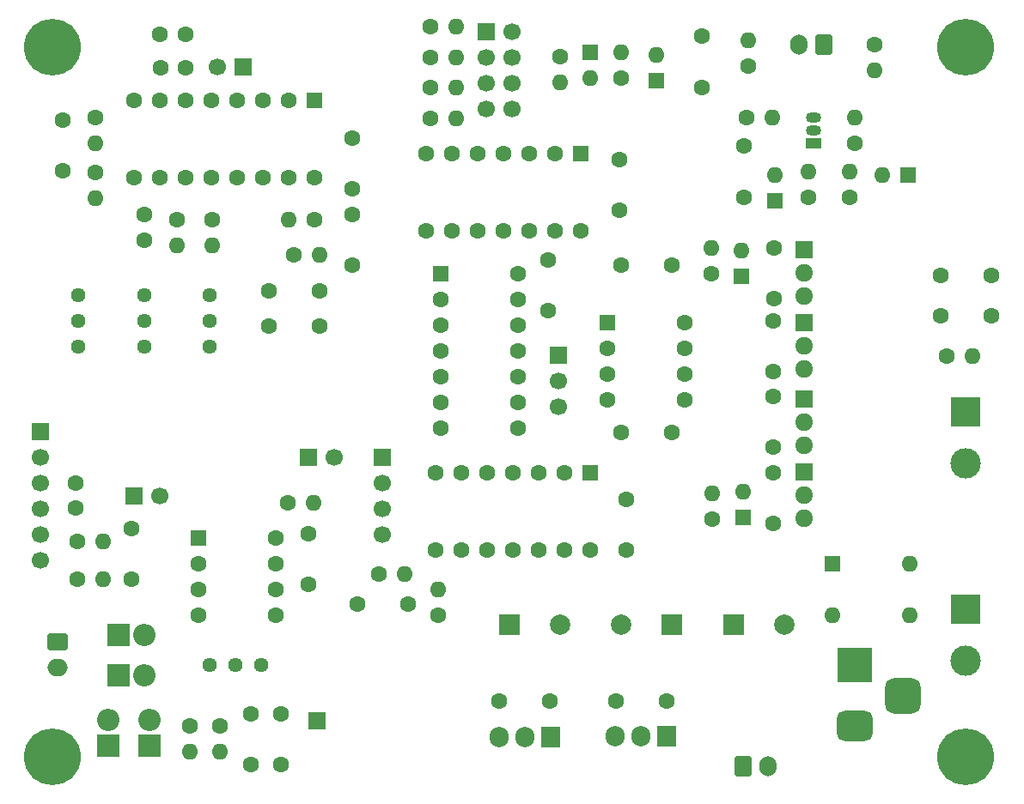
<source format=gbr>
%TF.GenerationSoftware,KiCad,Pcbnew,9.0.1*%
%TF.CreationDate,2025-05-04T12:18:18+03:30*%
%TF.ProjectId,sstc-v3,73737463-2d76-4332-9e6b-696361645f70,rev?*%
%TF.SameCoordinates,Original*%
%TF.FileFunction,Soldermask,Bot*%
%TF.FilePolarity,Negative*%
%FSLAX46Y46*%
G04 Gerber Fmt 4.6, Leading zero omitted, Abs format (unit mm)*
G04 Created by KiCad (PCBNEW 9.0.1) date 2025-05-04 12:18:18*
%MOMM*%
%LPD*%
G01*
G04 APERTURE LIST*
G04 Aperture macros list*
%AMRoundRect*
0 Rectangle with rounded corners*
0 $1 Rounding radius*
0 $2 $3 $4 $5 $6 $7 $8 $9 X,Y pos of 4 corners*
0 Add a 4 corners polygon primitive as box body*
4,1,4,$2,$3,$4,$5,$6,$7,$8,$9,$2,$3,0*
0 Add four circle primitives for the rounded corners*
1,1,$1+$1,$2,$3*
1,1,$1+$1,$4,$5*
1,1,$1+$1,$6,$7*
1,1,$1+$1,$8,$9*
0 Add four rect primitives between the rounded corners*
20,1,$1+$1,$2,$3,$4,$5,0*
20,1,$1+$1,$4,$5,$6,$7,0*
20,1,$1+$1,$6,$7,$8,$9,0*
20,1,$1+$1,$8,$9,$2,$3,0*%
G04 Aperture macros list end*
%ADD10R,1.600000X1.600000*%
%ADD11O,1.600000X1.600000*%
%ADD12C,1.600000*%
%ADD13R,3.000000X3.000000*%
%ADD14C,3.000000*%
%ADD15R,2.000000X2.000000*%
%ADD16C,2.000000*%
%ADD17RoundRect,0.250000X-0.550000X0.550000X-0.550000X-0.550000X0.550000X-0.550000X0.550000X0.550000X0*%
%ADD18R,3.500000X3.500000*%
%ADD19RoundRect,0.750000X1.000000X-0.750000X1.000000X0.750000X-1.000000X0.750000X-1.000000X-0.750000X0*%
%ADD20RoundRect,0.875000X0.875000X-0.875000X0.875000X0.875000X-0.875000X0.875000X-0.875000X-0.875000X0*%
%ADD21C,3.600000*%
%ADD22C,5.600000*%
%ADD23RoundRect,0.250000X0.600000X0.750000X-0.600000X0.750000X-0.600000X-0.750000X0.600000X-0.750000X0*%
%ADD24O,1.700000X2.000000*%
%ADD25RoundRect,0.250000X-0.750000X0.600000X-0.750000X-0.600000X0.750000X-0.600000X0.750000X0.600000X0*%
%ADD26O,2.000000X1.700000*%
%ADD27RoundRect,0.250000X-0.550000X-0.550000X0.550000X-0.550000X0.550000X0.550000X-0.550000X0.550000X0*%
%ADD28R,2.200000X2.200000*%
%ADD29O,2.200000X2.200000*%
%ADD30R,1.700000X1.700000*%
%ADD31C,1.700000*%
%ADD32RoundRect,0.250000X-0.600000X-0.750000X0.600000X-0.750000X0.600000X0.750000X-0.600000X0.750000X0*%
%ADD33R,1.800000X1.717500*%
%ADD34O,1.800000X1.717500*%
%ADD35C,1.440000*%
%ADD36R,1.500000X1.050000*%
%ADD37O,1.500000X1.050000*%
%ADD38R,1.905000X2.000000*%
%ADD39O,1.905000X2.000000*%
G04 APERTURE END LIST*
D10*
%TO.C,D10*%
X101330686Y-29602056D03*
D11*
X98790686Y-29602056D03*
%TD*%
D12*
%TO.C,R24*%
X91505000Y-31830685D03*
D11*
X91505000Y-29290685D03*
%TD*%
D13*
%TO.C,J13*%
X107000000Y-72500000D03*
D14*
X107000000Y-77580000D03*
%TD*%
D12*
%TO.C,R8*%
X33500000Y-84000000D03*
D11*
X33500000Y-86540000D03*
%TD*%
D12*
%TO.C,C30*%
X88000000Y-64000000D03*
X88000000Y-59000000D03*
%TD*%
D15*
%TO.C,C16*%
X62000000Y-74000000D03*
D16*
X67000000Y-74000000D03*
%TD*%
D12*
%TO.C,C9*%
X46495000Y-31000000D03*
X46495000Y-26000000D03*
%TD*%
%TO.C,C4*%
X30095000Y-19040000D03*
X27595000Y-19040000D03*
%TD*%
%TO.C,R23*%
X82000000Y-63540000D03*
D11*
X82000000Y-61000000D03*
%TD*%
D12*
%TO.C,R18*%
X85395000Y-23915000D03*
D11*
X87935000Y-23915000D03*
%TD*%
D12*
%TO.C,C17*%
X72840000Y-28120000D03*
X72840000Y-33120000D03*
%TD*%
%TO.C,C7*%
X24722500Y-64500000D03*
X24722500Y-69500000D03*
%TD*%
D17*
%TO.C,U2*%
X42795000Y-22235000D03*
D12*
X40255000Y-22235000D03*
X37715000Y-22235000D03*
X35175000Y-22235000D03*
X32635000Y-22235000D03*
X30095000Y-22235000D03*
X27555000Y-22235000D03*
X25015000Y-22235000D03*
X25015000Y-29855000D03*
X27555000Y-29855000D03*
X30095000Y-29855000D03*
X32635000Y-29855000D03*
X35175000Y-29855000D03*
X37715000Y-29855000D03*
X40255000Y-29855000D03*
X42795000Y-29855000D03*
%TD*%
%TO.C,C18*%
X88066667Y-36800000D03*
X88066667Y-41800000D03*
%TD*%
%TO.C,C25*%
X88000000Y-56500000D03*
X88000000Y-51500000D03*
%TD*%
D18*
%TO.C,J14*%
X96042500Y-78000000D03*
D19*
X96042500Y-84000000D03*
D20*
X100742500Y-81000000D03*
%TD*%
D21*
%TO.C,H2*%
X17000000Y-87000000D03*
D22*
X17000000Y-87000000D03*
%TD*%
D12*
%TO.C,R6*%
X19377500Y-65770000D03*
D11*
X21917500Y-65770000D03*
%TD*%
D12*
%TO.C,R1*%
X29245000Y-33995000D03*
D11*
X29245000Y-36535000D03*
%TD*%
D12*
%TO.C,C15*%
X47000000Y-72000000D03*
X52000000Y-72000000D03*
%TD*%
D23*
%TO.C,J11*%
X93000000Y-16780000D03*
D24*
X90500000Y-16780000D03*
%TD*%
D25*
%TO.C,J4*%
X17500000Y-75720000D03*
D26*
X17500000Y-78220000D03*
%TD*%
D27*
%TO.C,U6*%
X71695000Y-44190000D03*
D12*
X71695000Y-46730000D03*
X71695000Y-49270000D03*
X71695000Y-51810000D03*
X79315000Y-51810000D03*
X79315000Y-49270000D03*
X79315000Y-46730000D03*
X79315000Y-44190000D03*
%TD*%
D28*
%TO.C,D3*%
X22500000Y-85968234D03*
D29*
X22500000Y-83428234D03*
%TD*%
D15*
%TO.C,C29*%
X84132323Y-74000000D03*
D16*
X89132323Y-74000000D03*
%TD*%
D12*
%TO.C,C31*%
X104500000Y-43500000D03*
X109500000Y-43500000D03*
%TD*%
%TO.C,C24*%
X73500000Y-61620000D03*
X73500000Y-66620000D03*
%TD*%
%TO.C,R10*%
X54180000Y-21000000D03*
D11*
X56720000Y-21000000D03*
%TD*%
D28*
%TO.C,D1*%
X26500000Y-85968234D03*
D29*
X26500000Y-83428234D03*
%TD*%
D30*
%TO.C,J7*%
X49500000Y-57500000D03*
D31*
X49500000Y-60040000D03*
X49500000Y-62580000D03*
X49500000Y-65120000D03*
%TD*%
D32*
%TO.C,J10*%
X85000000Y-87975000D03*
D24*
X87500000Y-87975000D03*
%TD*%
D12*
%TO.C,R17*%
X55000000Y-73045000D03*
D11*
X55000000Y-70505000D03*
%TD*%
D13*
%TO.C,J12*%
X107000000Y-52960000D03*
D14*
X107000000Y-58040000D03*
%TD*%
D28*
%TO.C,D2*%
X23460000Y-79000000D03*
D29*
X26000000Y-79000000D03*
%TD*%
D12*
%TO.C,C26*%
X73000000Y-55000000D03*
X78000000Y-55000000D03*
%TD*%
D30*
%TO.C,J9*%
X66815000Y-47420000D03*
D31*
X66815000Y-49960000D03*
X66815000Y-52500000D03*
%TD*%
D12*
%TO.C,R27*%
X96000000Y-26460000D03*
D11*
X96000000Y-23920000D03*
%TD*%
D12*
%TO.C,R14*%
X54180000Y-24000000D03*
D11*
X56720000Y-24000000D03*
%TD*%
D33*
%TO.C,Q2*%
X91066667Y-37000000D03*
D34*
X91066667Y-39290000D03*
X91066667Y-41580000D03*
%TD*%
D12*
%TO.C,R22*%
X81881667Y-39340000D03*
D11*
X81881667Y-36800000D03*
%TD*%
D17*
%TO.C,U5*%
X70000000Y-59000000D03*
D12*
X67460000Y-59000000D03*
X64920000Y-59000000D03*
X62380000Y-59000000D03*
X59840000Y-59000000D03*
X57300000Y-59000000D03*
X54760000Y-59000000D03*
X54760000Y-66620000D03*
X57300000Y-66620000D03*
X59840000Y-66620000D03*
X62380000Y-66620000D03*
X64920000Y-66620000D03*
X67460000Y-66620000D03*
X70000000Y-66620000D03*
%TD*%
%TO.C,C19*%
X65815000Y-38000000D03*
X65815000Y-43000000D03*
%TD*%
%TO.C,C11*%
X38265000Y-41040000D03*
X43265000Y-41040000D03*
%TD*%
D10*
%TO.C,D8*%
X84881667Y-39651371D03*
D11*
X84881667Y-37111371D03*
%TD*%
D30*
%TO.C,J6*%
X42225000Y-57500000D03*
D31*
X44765000Y-57500000D03*
%TD*%
D12*
%TO.C,R9*%
X42815000Y-34040000D03*
D11*
X40275000Y-34040000D03*
%TD*%
D12*
%TO.C,R5*%
X19377500Y-69520000D03*
D11*
X21917500Y-69520000D03*
%TD*%
D12*
%TO.C,C8*%
X46495000Y-33550000D03*
X46495000Y-38550000D03*
%TD*%
%TO.C,R13*%
X54180000Y-15000000D03*
D11*
X56720000Y-15000000D03*
%TD*%
D10*
%TO.C,D9*%
X85000000Y-63425686D03*
D11*
X85000000Y-60885686D03*
%TD*%
D21*
%TO.C,H1*%
X17000000Y-17000000D03*
D22*
X17000000Y-17000000D03*
%TD*%
D12*
%TO.C,C5*%
X19222500Y-60020000D03*
X19222500Y-62520000D03*
%TD*%
%TO.C,R20*%
X67000000Y-17955000D03*
D11*
X67000000Y-20495000D03*
%TD*%
D12*
%TO.C,C3*%
X17995000Y-29235000D03*
X17995000Y-24235000D03*
%TD*%
%TO.C,R19*%
X85500000Y-18870000D03*
D11*
X85500000Y-16330000D03*
%TD*%
D12*
%TO.C,R2*%
X32745000Y-33995000D03*
D11*
X32745000Y-36535000D03*
%TD*%
D10*
%TO.C,D7*%
X76500000Y-20356371D03*
D11*
X76500000Y-17816371D03*
%TD*%
D12*
%TO.C,C20*%
X81000000Y-20955000D03*
X81000000Y-15955000D03*
%TD*%
%TO.C,R21*%
X73000000Y-20045000D03*
D11*
X73000000Y-17505000D03*
%TD*%
D27*
%TO.C,U3*%
X55195000Y-39380000D03*
D12*
X55195000Y-41920000D03*
X55195000Y-44460000D03*
X55195000Y-47000000D03*
X55195000Y-49540000D03*
X55195000Y-52080000D03*
X55195000Y-54620000D03*
X62815000Y-54620000D03*
X62815000Y-52080000D03*
X62815000Y-49540000D03*
X62815000Y-47000000D03*
X62815000Y-44460000D03*
X62815000Y-41920000D03*
X62815000Y-39380000D03*
%TD*%
%TO.C,R26*%
X98000000Y-16780000D03*
D11*
X98000000Y-19320000D03*
%TD*%
D12*
%TO.C,R4*%
X21225000Y-29355000D03*
D11*
X21225000Y-31895000D03*
%TD*%
D27*
%TO.C,U1*%
X31380000Y-65460000D03*
D12*
X31380000Y-68000000D03*
X31380000Y-70540000D03*
X31380000Y-73080000D03*
X39000000Y-73080000D03*
X39000000Y-70540000D03*
X39000000Y-68000000D03*
X39000000Y-65460000D03*
%TD*%
%TO.C,R12*%
X40725000Y-37540000D03*
D11*
X43265000Y-37540000D03*
%TD*%
D17*
%TO.C,U4*%
X69040000Y-27500000D03*
D12*
X66500000Y-27500000D03*
X63960000Y-27500000D03*
X61420000Y-27500000D03*
X58880000Y-27500000D03*
X56340000Y-27500000D03*
X53800000Y-27500000D03*
X53800000Y-35120000D03*
X56340000Y-35120000D03*
X58880000Y-35120000D03*
X61420000Y-35120000D03*
X63960000Y-35120000D03*
X66500000Y-35120000D03*
X69040000Y-35120000D03*
%TD*%
D35*
%TO.C,RV2*%
X25995000Y-41460000D03*
X25995000Y-44000000D03*
X25995000Y-46540000D03*
%TD*%
D12*
%TO.C,R28*%
X105130000Y-47460000D03*
D11*
X107670000Y-47460000D03*
%TD*%
D33*
%TO.C,Q5*%
X91066667Y-44210000D03*
D34*
X91066667Y-46500000D03*
X91066667Y-48790000D03*
%TD*%
D12*
%TO.C,R25*%
X95505000Y-31830685D03*
D11*
X95505000Y-29290685D03*
%TD*%
D12*
%TO.C,R16*%
X49165000Y-69000000D03*
D11*
X51705000Y-69000000D03*
%TD*%
D12*
%TO.C,C10*%
X43265000Y-44540000D03*
X38265000Y-44540000D03*
%TD*%
%TO.C,C13*%
X61000000Y-81500000D03*
X66000000Y-81500000D03*
%TD*%
D33*
%TO.C,Q4*%
X91066667Y-58920000D03*
D34*
X91066667Y-61210000D03*
X91066667Y-63500000D03*
%TD*%
D12*
%TO.C,C2*%
X30045000Y-15735000D03*
X27545000Y-15735000D03*
%TD*%
%TO.C,C12*%
X42185000Y-69990000D03*
X42185000Y-64990000D03*
%TD*%
D21*
%TO.C,H3*%
X107000000Y-17000000D03*
D22*
X107000000Y-17000000D03*
%TD*%
D10*
%TO.C,D6*%
X88195000Y-32142056D03*
D11*
X88195000Y-29602056D03*
%TD*%
D12*
%TO.C,C22*%
X88000000Y-44000000D03*
X88000000Y-49000000D03*
%TD*%
D28*
%TO.C,D4*%
X23460000Y-75000000D03*
D29*
X26000000Y-75000000D03*
%TD*%
D12*
%TO.C,C1*%
X25995000Y-33545000D03*
X25995000Y-36045000D03*
%TD*%
D30*
%TO.C,J8*%
X43000000Y-83500000D03*
%TD*%
D12*
%TO.C,R15*%
X40140000Y-61990000D03*
D11*
X42680000Y-61990000D03*
%TD*%
D12*
%TO.C,R11*%
X54185000Y-18000000D03*
D11*
X56725000Y-18000000D03*
%TD*%
D15*
%TO.C,C27*%
X78000000Y-74000000D03*
D16*
X73000000Y-74000000D03*
%TD*%
D35*
%TO.C,RV1*%
X19500000Y-41460000D03*
X19500000Y-44000000D03*
X19500000Y-46540000D03*
%TD*%
D36*
%TO.C,Q1*%
X92000000Y-26500000D03*
D37*
X92000000Y-25230000D03*
X92000000Y-23960000D03*
%TD*%
D30*
%TO.C,J3*%
X25000000Y-61305000D03*
D31*
X27540000Y-61305000D03*
%TD*%
D12*
%TO.C,C6*%
X36500000Y-82780000D03*
X36500000Y-87780000D03*
%TD*%
D10*
%TO.C,D5*%
X70000000Y-17505000D03*
D11*
X70000000Y-20045000D03*
%TD*%
D33*
%TO.C,Q3*%
X91066667Y-51710000D03*
D34*
X91066667Y-54000000D03*
X91066667Y-56290000D03*
%TD*%
D35*
%TO.C,RV4*%
X37500000Y-78000000D03*
X34960000Y-78000000D03*
X32420000Y-78000000D03*
%TD*%
D38*
%TO.C,U7*%
X66040000Y-85055000D03*
D39*
X63500000Y-85055000D03*
X60960000Y-85055000D03*
%TD*%
D12*
%TO.C,C23*%
X73000000Y-38500000D03*
X78000000Y-38500000D03*
%TD*%
D38*
%TO.C,U8*%
X77500000Y-85000000D03*
D39*
X74960000Y-85000000D03*
X72420000Y-85000000D03*
%TD*%
D10*
%TO.C,D11*%
X93880000Y-68000000D03*
D11*
X93880000Y-73080000D03*
X101500000Y-73080000D03*
X101500000Y-68000000D03*
%TD*%
D12*
%TO.C,C28*%
X72500000Y-81500000D03*
X77500000Y-81500000D03*
%TD*%
D21*
%TO.C,H4*%
X107000000Y-87000000D03*
D22*
X107000000Y-87000000D03*
%TD*%
D30*
%TO.C,J1*%
X35775000Y-19000000D03*
D31*
X33235000Y-19000000D03*
%TD*%
D12*
%TO.C,C32*%
X104500000Y-39500000D03*
X109500000Y-39500000D03*
%TD*%
%TO.C,R3*%
X21225000Y-23995000D03*
D11*
X21225000Y-26535000D03*
%TD*%
D12*
%TO.C,R7*%
X30500000Y-84000000D03*
D11*
X30500000Y-86540000D03*
%TD*%
D35*
%TO.C,RV3*%
X32495000Y-41460000D03*
X32495000Y-44000000D03*
X32495000Y-46540000D03*
%TD*%
D12*
%TO.C,C21*%
X85145000Y-31790685D03*
X85145000Y-26790685D03*
%TD*%
D30*
%TO.C,J5*%
X59725000Y-15500000D03*
D31*
X62265000Y-15500000D03*
X59725000Y-18040000D03*
X62265000Y-18040000D03*
X59725000Y-20580000D03*
X62265000Y-20580000D03*
X59725000Y-23120000D03*
X62265000Y-23120000D03*
%TD*%
D30*
%TO.C,J2*%
X15797500Y-54920000D03*
D31*
X15797500Y-57460000D03*
X15797500Y-60000000D03*
X15797500Y-62540000D03*
X15797500Y-65080000D03*
X15797500Y-67620000D03*
%TD*%
D12*
%TO.C,C14*%
X39500000Y-87780000D03*
X39500000Y-82780000D03*
%TD*%
M02*

</source>
